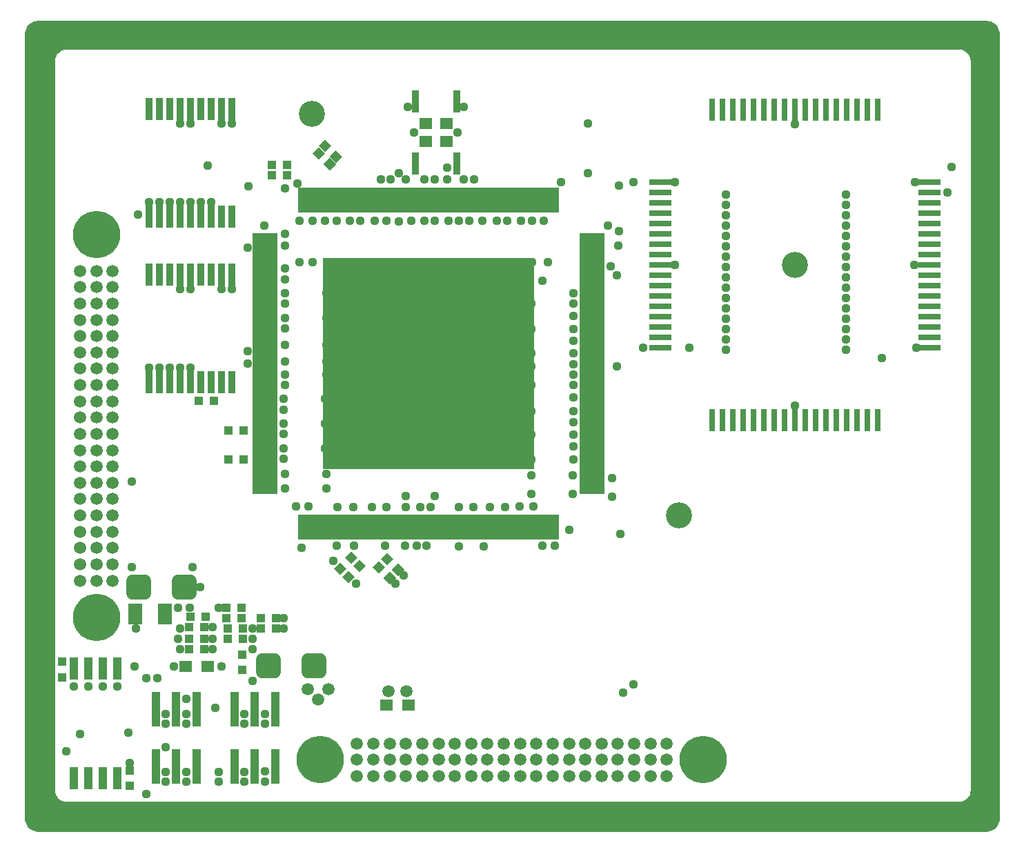
<source format=gbr>
G75*
G70*
%OFA0B0*%
%FSLAX24Y24*%
%IPPOS*%
%LPD*%
%AMOC8*
5,1,8,0,0,1.08239X$1,22.5*
%
%ADD10R,1.0200X1.0200*%
%ADD11C,0.0160*%
%ADD12R,0.1190X1.2590*%
%ADD13R,1.2590X0.1190*%
%ADD14C,0.0595*%
%ADD15C,0.2285*%
%ADD16R,0.0434X0.0434*%
%ADD17R,0.0631X0.0552*%
%ADD18R,0.1182X0.0178*%
%ADD19R,0.0178X0.1182*%
%ADD20R,0.0330X0.1080*%
%ADD21R,0.0434X0.0434*%
%ADD22R,0.0300X0.1080*%
%ADD23R,0.1080X0.0300*%
%ADD24R,0.0710X0.1025*%
%ADD25R,0.0395X0.1655*%
%ADD26R,0.0430X0.1080*%
%ADD27C,0.0591*%
%ADD28C,0.0440*%
%ADD29C,0.1346*%
%ADD30C,0.1261*%
D10*
X019735Y022855D03*
D11*
X000425Y000565D02*
X000489Y000489D01*
X000565Y000425D01*
X000649Y000374D01*
X000740Y000336D01*
X000836Y000313D01*
X000935Y000305D01*
X046625Y000305D01*
X046724Y000313D01*
X046820Y000336D01*
X046911Y000374D01*
X046995Y000425D01*
X047071Y000489D01*
X047135Y000565D01*
X047186Y000649D01*
X047224Y000740D01*
X047247Y000836D01*
X047255Y000935D01*
X047255Y038725D01*
X047247Y038824D01*
X047224Y038920D01*
X047186Y039011D01*
X047135Y039095D01*
X047071Y039171D01*
X046995Y039235D01*
X046911Y039286D01*
X046820Y039324D01*
X046724Y039347D01*
X046625Y039355D01*
X003055Y039355D01*
X003055Y038105D01*
X045375Y038105D01*
X045474Y038097D01*
X045570Y038074D01*
X045661Y038036D01*
X045745Y037985D01*
X045821Y037921D01*
X045885Y037845D01*
X045936Y037761D01*
X045974Y037670D01*
X045997Y037574D01*
X046005Y037475D01*
X046005Y002235D01*
X045997Y002136D01*
X045974Y002040D01*
X045936Y001949D01*
X045885Y001865D01*
X045821Y001789D01*
X045745Y001725D01*
X045661Y001674D01*
X045570Y001636D01*
X045474Y001613D01*
X045375Y001605D01*
X002235Y001605D01*
X002136Y001613D01*
X002040Y001636D01*
X001949Y001674D01*
X001865Y001725D01*
X001789Y001789D01*
X001725Y001865D01*
X001674Y001949D01*
X001636Y002040D01*
X001613Y002136D01*
X001605Y002235D01*
X001605Y037475D01*
X001613Y037574D01*
X001636Y037670D01*
X001674Y037761D01*
X001725Y037845D01*
X001789Y037921D01*
X001865Y037985D01*
X001949Y038036D01*
X002040Y038074D01*
X002136Y038097D01*
X002235Y038105D01*
X003005Y038105D01*
X003005Y039355D01*
X000935Y039355D01*
X000836Y039347D01*
X000740Y039324D01*
X000649Y039286D01*
X000565Y039235D01*
X000489Y039171D01*
X000425Y039095D01*
X000374Y039011D01*
X000336Y038920D01*
X000313Y038824D01*
X000305Y038725D01*
X000305Y000935D01*
X000313Y000836D01*
X000336Y000740D01*
X000374Y000649D01*
X000425Y000565D01*
X000385Y000631D02*
X047175Y000631D01*
X047236Y000789D02*
X000324Y000789D01*
X000305Y000948D02*
X047255Y000948D01*
X047255Y001106D02*
X000305Y001106D01*
X000305Y001265D02*
X047255Y001265D01*
X047255Y001423D02*
X000305Y001423D01*
X000305Y001582D02*
X047255Y001582D01*
X047255Y001740D02*
X045763Y001740D01*
X045905Y001899D02*
X047255Y001899D01*
X047255Y002057D02*
X045978Y002057D01*
X046003Y002216D02*
X047255Y002216D01*
X047255Y002374D02*
X046005Y002374D01*
X046005Y002533D02*
X047255Y002533D01*
X047255Y002691D02*
X046005Y002691D01*
X046005Y002850D02*
X047255Y002850D01*
X047255Y003008D02*
X046005Y003008D01*
X046005Y003167D02*
X047255Y003167D01*
X047255Y003325D02*
X046005Y003325D01*
X046005Y003484D02*
X047255Y003484D01*
X047255Y003642D02*
X046005Y003642D01*
X046005Y003801D02*
X047255Y003801D01*
X047255Y003959D02*
X046005Y003959D01*
X046005Y004118D02*
X047255Y004118D01*
X047255Y004276D02*
X046005Y004276D01*
X046005Y004435D02*
X047255Y004435D01*
X047255Y004593D02*
X046005Y004593D01*
X046005Y004752D02*
X047255Y004752D01*
X047255Y004910D02*
X046005Y004910D01*
X046005Y005069D02*
X047255Y005069D01*
X047255Y005227D02*
X046005Y005227D01*
X046005Y005386D02*
X047255Y005386D01*
X047255Y005544D02*
X046005Y005544D01*
X046005Y005703D02*
X047255Y005703D01*
X047255Y005861D02*
X046005Y005861D01*
X046005Y006020D02*
X047255Y006020D01*
X047255Y006178D02*
X046005Y006178D01*
X046005Y006337D02*
X047255Y006337D01*
X047255Y006495D02*
X046005Y006495D01*
X046005Y006654D02*
X047255Y006654D01*
X047255Y006812D02*
X046005Y006812D01*
X046005Y006971D02*
X047255Y006971D01*
X047255Y007129D02*
X046005Y007129D01*
X046005Y007288D02*
X047255Y007288D01*
X047255Y007446D02*
X046005Y007446D01*
X046005Y007605D02*
X047255Y007605D01*
X047255Y007763D02*
X046005Y007763D01*
X046005Y007922D02*
X047255Y007922D01*
X047255Y008080D02*
X046005Y008080D01*
X046005Y008239D02*
X047255Y008239D01*
X047255Y008397D02*
X046005Y008397D01*
X046005Y008556D02*
X047255Y008556D01*
X047255Y008714D02*
X046005Y008714D01*
X046005Y008873D02*
X047255Y008873D01*
X047255Y009031D02*
X046005Y009031D01*
X046005Y009190D02*
X047255Y009190D01*
X047255Y009348D02*
X046005Y009348D01*
X046005Y009507D02*
X047255Y009507D01*
X047255Y009665D02*
X046005Y009665D01*
X046005Y009824D02*
X047255Y009824D01*
X047255Y009982D02*
X046005Y009982D01*
X046005Y010141D02*
X047255Y010141D01*
X047255Y010299D02*
X046005Y010299D01*
X046005Y010458D02*
X047255Y010458D01*
X047255Y010616D02*
X046005Y010616D01*
X046005Y010775D02*
X047255Y010775D01*
X047255Y010933D02*
X046005Y010933D01*
X046005Y011092D02*
X047255Y011092D01*
X047255Y011250D02*
X046005Y011250D01*
X046005Y011409D02*
X047255Y011409D01*
X047255Y011567D02*
X046005Y011567D01*
X046005Y011726D02*
X047255Y011726D01*
X047255Y011884D02*
X046005Y011884D01*
X046005Y012043D02*
X047255Y012043D01*
X047255Y012201D02*
X046005Y012201D01*
X046005Y012360D02*
X047255Y012360D01*
X047255Y012518D02*
X046005Y012518D01*
X046005Y012677D02*
X047255Y012677D01*
X047255Y012835D02*
X046005Y012835D01*
X046005Y012994D02*
X047255Y012994D01*
X047255Y013152D02*
X046005Y013152D01*
X046005Y013311D02*
X047255Y013311D01*
X047255Y013469D02*
X046005Y013469D01*
X046005Y013628D02*
X047255Y013628D01*
X047255Y013786D02*
X046005Y013786D01*
X046005Y013945D02*
X047255Y013945D01*
X047255Y014103D02*
X046005Y014103D01*
X046005Y014262D02*
X047255Y014262D01*
X047255Y014420D02*
X046005Y014420D01*
X046005Y014579D02*
X047255Y014579D01*
X047255Y014737D02*
X046005Y014737D01*
X046005Y014896D02*
X047255Y014896D01*
X047255Y015054D02*
X046005Y015054D01*
X046005Y015213D02*
X047255Y015213D01*
X047255Y015371D02*
X046005Y015371D01*
X046005Y015530D02*
X047255Y015530D01*
X047255Y015688D02*
X046005Y015688D01*
X046005Y015847D02*
X047255Y015847D01*
X047255Y016005D02*
X046005Y016005D01*
X046005Y016164D02*
X047255Y016164D01*
X047255Y016322D02*
X046005Y016322D01*
X046005Y016481D02*
X047255Y016481D01*
X047255Y016639D02*
X046005Y016639D01*
X046005Y016798D02*
X047255Y016798D01*
X047255Y016956D02*
X046005Y016956D01*
X046005Y017115D02*
X047255Y017115D01*
X047255Y017273D02*
X046005Y017273D01*
X046005Y017432D02*
X047255Y017432D01*
X047255Y017590D02*
X046005Y017590D01*
X046005Y017749D02*
X047255Y017749D01*
X047255Y017907D02*
X046005Y017907D01*
X046005Y018066D02*
X047255Y018066D01*
X047255Y018224D02*
X046005Y018224D01*
X046005Y018383D02*
X047255Y018383D01*
X047255Y018541D02*
X046005Y018541D01*
X046005Y018700D02*
X047255Y018700D01*
X047255Y018858D02*
X046005Y018858D01*
X046005Y019017D02*
X047255Y019017D01*
X047255Y019175D02*
X046005Y019175D01*
X046005Y019334D02*
X047255Y019334D01*
X047255Y019492D02*
X046005Y019492D01*
X046005Y019651D02*
X047255Y019651D01*
X047255Y019809D02*
X046005Y019809D01*
X046005Y019968D02*
X047255Y019968D01*
X047255Y020126D02*
X046005Y020126D01*
X046005Y020285D02*
X047255Y020285D01*
X047255Y020443D02*
X046005Y020443D01*
X046005Y020602D02*
X047255Y020602D01*
X047255Y020760D02*
X046005Y020760D01*
X046005Y020919D02*
X047255Y020919D01*
X047255Y021077D02*
X046005Y021077D01*
X046005Y021236D02*
X047255Y021236D01*
X047255Y021394D02*
X046005Y021394D01*
X046005Y021553D02*
X047255Y021553D01*
X047255Y021711D02*
X046005Y021711D01*
X046005Y021870D02*
X047255Y021870D01*
X047255Y022028D02*
X046005Y022028D01*
X046005Y022187D02*
X047255Y022187D01*
X047255Y022345D02*
X046005Y022345D01*
X046005Y022504D02*
X047255Y022504D01*
X047255Y022662D02*
X046005Y022662D01*
X046005Y022821D02*
X047255Y022821D01*
X047255Y022979D02*
X046005Y022979D01*
X046005Y023138D02*
X047255Y023138D01*
X047255Y023296D02*
X046005Y023296D01*
X046005Y023455D02*
X047255Y023455D01*
X047255Y023613D02*
X046005Y023613D01*
X046005Y023772D02*
X047255Y023772D01*
X047255Y023930D02*
X046005Y023930D01*
X046005Y024089D02*
X047255Y024089D01*
X047255Y024247D02*
X046005Y024247D01*
X046005Y024406D02*
X047255Y024406D01*
X047255Y024564D02*
X046005Y024564D01*
X046005Y024723D02*
X047255Y024723D01*
X047255Y024881D02*
X046005Y024881D01*
X046005Y025040D02*
X047255Y025040D01*
X047255Y025198D02*
X046005Y025198D01*
X046005Y025357D02*
X047255Y025357D01*
X047255Y025515D02*
X046005Y025515D01*
X046005Y025674D02*
X047255Y025674D01*
X047255Y025832D02*
X046005Y025832D01*
X046005Y025991D02*
X047255Y025991D01*
X047255Y026149D02*
X046005Y026149D01*
X046005Y026308D02*
X047255Y026308D01*
X047255Y026466D02*
X046005Y026466D01*
X046005Y026625D02*
X047255Y026625D01*
X047255Y026783D02*
X046005Y026783D01*
X046005Y026942D02*
X047255Y026942D01*
X047255Y027100D02*
X046005Y027100D01*
X046005Y027259D02*
X047255Y027259D01*
X047255Y027417D02*
X046005Y027417D01*
X046005Y027576D02*
X047255Y027576D01*
X047255Y027734D02*
X046005Y027734D01*
X046005Y027893D02*
X047255Y027893D01*
X047255Y028051D02*
X046005Y028051D01*
X046005Y028210D02*
X047255Y028210D01*
X047255Y028368D02*
X046005Y028368D01*
X046005Y028527D02*
X047255Y028527D01*
X047255Y028685D02*
X046005Y028685D01*
X046005Y028844D02*
X047255Y028844D01*
X047255Y029002D02*
X046005Y029002D01*
X046005Y029161D02*
X047255Y029161D01*
X047255Y029319D02*
X046005Y029319D01*
X046005Y029478D02*
X047255Y029478D01*
X047255Y029636D02*
X046005Y029636D01*
X046005Y029795D02*
X047255Y029795D01*
X047255Y029953D02*
X046005Y029953D01*
X046005Y030112D02*
X047255Y030112D01*
X047255Y030270D02*
X046005Y030270D01*
X046005Y030429D02*
X047255Y030429D01*
X047255Y030587D02*
X046005Y030587D01*
X046005Y030746D02*
X047255Y030746D01*
X047255Y030904D02*
X046005Y030904D01*
X046005Y031063D02*
X047255Y031063D01*
X047255Y031221D02*
X046005Y031221D01*
X046005Y031380D02*
X047255Y031380D01*
X047255Y031538D02*
X046005Y031538D01*
X046005Y031697D02*
X047255Y031697D01*
X047255Y031855D02*
X046005Y031855D01*
X046005Y032014D02*
X047255Y032014D01*
X047255Y032172D02*
X046005Y032172D01*
X046005Y032331D02*
X047255Y032331D01*
X047255Y032489D02*
X046005Y032489D01*
X046005Y032648D02*
X047255Y032648D01*
X047255Y032806D02*
X046005Y032806D01*
X046005Y032965D02*
X047255Y032965D01*
X047255Y033123D02*
X046005Y033123D01*
X046005Y033282D02*
X047255Y033282D01*
X047255Y033440D02*
X046005Y033440D01*
X046005Y033599D02*
X047255Y033599D01*
X047255Y033757D02*
X046005Y033757D01*
X046005Y033916D02*
X047255Y033916D01*
X047255Y034074D02*
X046005Y034074D01*
X046005Y034233D02*
X047255Y034233D01*
X047255Y034391D02*
X046005Y034391D01*
X046005Y034550D02*
X047255Y034550D01*
X047255Y034708D02*
X046005Y034708D01*
X046005Y034867D02*
X047255Y034867D01*
X047255Y035025D02*
X046005Y035025D01*
X046005Y035184D02*
X047255Y035184D01*
X047255Y035342D02*
X046005Y035342D01*
X046005Y035501D02*
X047255Y035501D01*
X047255Y035659D02*
X046005Y035659D01*
X046005Y035818D02*
X047255Y035818D01*
X047255Y035976D02*
X046005Y035976D01*
X046005Y036135D02*
X047255Y036135D01*
X047255Y036293D02*
X046005Y036293D01*
X046005Y036452D02*
X047255Y036452D01*
X047255Y036610D02*
X046005Y036610D01*
X046005Y036769D02*
X047255Y036769D01*
X047255Y036927D02*
X046005Y036927D01*
X046005Y037086D02*
X047255Y037086D01*
X047255Y037244D02*
X046005Y037244D01*
X046005Y037403D02*
X047255Y037403D01*
X047255Y037561D02*
X045998Y037561D01*
X045954Y037720D02*
X047255Y037720D01*
X047255Y037878D02*
X045857Y037878D01*
X045661Y038037D02*
X047255Y038037D01*
X047255Y038195D02*
X003055Y038195D01*
X003005Y038195D02*
X000305Y038195D01*
X000305Y038037D02*
X001949Y038037D01*
X001753Y037878D02*
X000305Y037878D01*
X000305Y037720D02*
X001656Y037720D01*
X001612Y037561D02*
X000305Y037561D01*
X000305Y037403D02*
X001605Y037403D01*
X001605Y037244D02*
X000305Y037244D01*
X000305Y037086D02*
X001605Y037086D01*
X001605Y036927D02*
X000305Y036927D01*
X000305Y036769D02*
X001605Y036769D01*
X001605Y036610D02*
X000305Y036610D01*
X000305Y036452D02*
X001605Y036452D01*
X001605Y036293D02*
X000305Y036293D01*
X000305Y036135D02*
X001605Y036135D01*
X001605Y035976D02*
X000305Y035976D01*
X000305Y035818D02*
X001605Y035818D01*
X001605Y035659D02*
X000305Y035659D01*
X000305Y035501D02*
X001605Y035501D01*
X001605Y035342D02*
X000305Y035342D01*
X000305Y035184D02*
X001605Y035184D01*
X001605Y035025D02*
X000305Y035025D01*
X000305Y034867D02*
X001605Y034867D01*
X001605Y034708D02*
X000305Y034708D01*
X000305Y034550D02*
X001605Y034550D01*
X001605Y034391D02*
X000305Y034391D01*
X000305Y034233D02*
X001605Y034233D01*
X001605Y034074D02*
X000305Y034074D01*
X000305Y033916D02*
X001605Y033916D01*
X001605Y033757D02*
X000305Y033757D01*
X000305Y033599D02*
X001605Y033599D01*
X001605Y033440D02*
X000305Y033440D01*
X000305Y033282D02*
X001605Y033282D01*
X001605Y033123D02*
X000305Y033123D01*
X000305Y032965D02*
X001605Y032965D01*
X001605Y032806D02*
X000305Y032806D01*
X000305Y032648D02*
X001605Y032648D01*
X001605Y032489D02*
X000305Y032489D01*
X000305Y032331D02*
X001605Y032331D01*
X001605Y032172D02*
X000305Y032172D01*
X000305Y032014D02*
X001605Y032014D01*
X001605Y031855D02*
X000305Y031855D01*
X000305Y031697D02*
X001605Y031697D01*
X001605Y031538D02*
X000305Y031538D01*
X000305Y031380D02*
X001605Y031380D01*
X001605Y031221D02*
X000305Y031221D01*
X000305Y031063D02*
X001605Y031063D01*
X001605Y030904D02*
X000305Y030904D01*
X000305Y030746D02*
X001605Y030746D01*
X001605Y030587D02*
X000305Y030587D01*
X000305Y030429D02*
X001605Y030429D01*
X001605Y030270D02*
X000305Y030270D01*
X000305Y030112D02*
X001605Y030112D01*
X001605Y029953D02*
X000305Y029953D01*
X000305Y029795D02*
X001605Y029795D01*
X001605Y029636D02*
X000305Y029636D01*
X000305Y029478D02*
X001605Y029478D01*
X001605Y029319D02*
X000305Y029319D01*
X000305Y029161D02*
X001605Y029161D01*
X001605Y029002D02*
X000305Y029002D01*
X000305Y028844D02*
X001605Y028844D01*
X001605Y028685D02*
X000305Y028685D01*
X000305Y028527D02*
X001605Y028527D01*
X001605Y028368D02*
X000305Y028368D01*
X000305Y028210D02*
X001605Y028210D01*
X001605Y028051D02*
X000305Y028051D01*
X000305Y027893D02*
X001605Y027893D01*
X001605Y027734D02*
X000305Y027734D01*
X000305Y027576D02*
X001605Y027576D01*
X001605Y027417D02*
X000305Y027417D01*
X000305Y027259D02*
X001605Y027259D01*
X001605Y027100D02*
X000305Y027100D01*
X000305Y026942D02*
X001605Y026942D01*
X001605Y026783D02*
X000305Y026783D01*
X000305Y026625D02*
X001605Y026625D01*
X001605Y026466D02*
X000305Y026466D01*
X000305Y026308D02*
X001605Y026308D01*
X001605Y026149D02*
X000305Y026149D01*
X000305Y025991D02*
X001605Y025991D01*
X001605Y025832D02*
X000305Y025832D01*
X000305Y025674D02*
X001605Y025674D01*
X001605Y025515D02*
X000305Y025515D01*
X000305Y025357D02*
X001605Y025357D01*
X001605Y025198D02*
X000305Y025198D01*
X000305Y025040D02*
X001605Y025040D01*
X001605Y024881D02*
X000305Y024881D01*
X000305Y024723D02*
X001605Y024723D01*
X001605Y024564D02*
X000305Y024564D01*
X000305Y024406D02*
X001605Y024406D01*
X001605Y024247D02*
X000305Y024247D01*
X000305Y024089D02*
X001605Y024089D01*
X001605Y023930D02*
X000305Y023930D01*
X000305Y023772D02*
X001605Y023772D01*
X001605Y023613D02*
X000305Y023613D01*
X000305Y023455D02*
X001605Y023455D01*
X001605Y023296D02*
X000305Y023296D01*
X000305Y023138D02*
X001605Y023138D01*
X001605Y022979D02*
X000305Y022979D01*
X000305Y022821D02*
X001605Y022821D01*
X001605Y022662D02*
X000305Y022662D01*
X000305Y022504D02*
X001605Y022504D01*
X001605Y022345D02*
X000305Y022345D01*
X000305Y022187D02*
X001605Y022187D01*
X001605Y022028D02*
X000305Y022028D01*
X000305Y021870D02*
X001605Y021870D01*
X001605Y021711D02*
X000305Y021711D01*
X000305Y021553D02*
X001605Y021553D01*
X001605Y021394D02*
X000305Y021394D01*
X000305Y021236D02*
X001605Y021236D01*
X001605Y021077D02*
X000305Y021077D01*
X000305Y020919D02*
X001605Y020919D01*
X001605Y020760D02*
X000305Y020760D01*
X000305Y020602D02*
X001605Y020602D01*
X001605Y020443D02*
X000305Y020443D01*
X000305Y020285D02*
X001605Y020285D01*
X001605Y020126D02*
X000305Y020126D01*
X000305Y019968D02*
X001605Y019968D01*
X001605Y019809D02*
X000305Y019809D01*
X000305Y019651D02*
X001605Y019651D01*
X001605Y019492D02*
X000305Y019492D01*
X000305Y019334D02*
X001605Y019334D01*
X001605Y019175D02*
X000305Y019175D01*
X000305Y019017D02*
X001605Y019017D01*
X001605Y018858D02*
X000305Y018858D01*
X000305Y018700D02*
X001605Y018700D01*
X001605Y018541D02*
X000305Y018541D01*
X000305Y018383D02*
X001605Y018383D01*
X001605Y018224D02*
X000305Y018224D01*
X000305Y018066D02*
X001605Y018066D01*
X001605Y017907D02*
X000305Y017907D01*
X000305Y017749D02*
X001605Y017749D01*
X001605Y017590D02*
X000305Y017590D01*
X000305Y017432D02*
X001605Y017432D01*
X001605Y017273D02*
X000305Y017273D01*
X000305Y017115D02*
X001605Y017115D01*
X001605Y016956D02*
X000305Y016956D01*
X000305Y016798D02*
X001605Y016798D01*
X001605Y016639D02*
X000305Y016639D01*
X000305Y016481D02*
X001605Y016481D01*
X001605Y016322D02*
X000305Y016322D01*
X000305Y016164D02*
X001605Y016164D01*
X001605Y016005D02*
X000305Y016005D01*
X000305Y015847D02*
X001605Y015847D01*
X001605Y015688D02*
X000305Y015688D01*
X000305Y015530D02*
X001605Y015530D01*
X001605Y015371D02*
X000305Y015371D01*
X000305Y015213D02*
X001605Y015213D01*
X001605Y015054D02*
X000305Y015054D01*
X000305Y014896D02*
X001605Y014896D01*
X001605Y014737D02*
X000305Y014737D01*
X000305Y014579D02*
X001605Y014579D01*
X001605Y014420D02*
X000305Y014420D01*
X000305Y014262D02*
X001605Y014262D01*
X001605Y014103D02*
X000305Y014103D01*
X000305Y013945D02*
X001605Y013945D01*
X001605Y013786D02*
X000305Y013786D01*
X000305Y013628D02*
X001605Y013628D01*
X001605Y013469D02*
X000305Y013469D01*
X000305Y013311D02*
X001605Y013311D01*
X001605Y013152D02*
X000305Y013152D01*
X000305Y012994D02*
X001605Y012994D01*
X001605Y012835D02*
X000305Y012835D01*
X000305Y012677D02*
X001605Y012677D01*
X001605Y012518D02*
X000305Y012518D01*
X000305Y012360D02*
X001605Y012360D01*
X001605Y012201D02*
X000305Y012201D01*
X000305Y012043D02*
X001605Y012043D01*
X001605Y011884D02*
X000305Y011884D01*
X000305Y011726D02*
X001605Y011726D01*
X001605Y011567D02*
X000305Y011567D01*
X000305Y011409D02*
X001605Y011409D01*
X001605Y011250D02*
X000305Y011250D01*
X000305Y011092D02*
X001605Y011092D01*
X001605Y010933D02*
X000305Y010933D01*
X000305Y010775D02*
X001605Y010775D01*
X001605Y010616D02*
X000305Y010616D01*
X000305Y010458D02*
X001605Y010458D01*
X001605Y010299D02*
X000305Y010299D01*
X000305Y010141D02*
X001605Y010141D01*
X001605Y009982D02*
X000305Y009982D01*
X000305Y009824D02*
X001605Y009824D01*
X001605Y009665D02*
X000305Y009665D01*
X000305Y009507D02*
X001605Y009507D01*
X001605Y009348D02*
X000305Y009348D01*
X000305Y009190D02*
X001605Y009190D01*
X001605Y009031D02*
X000305Y009031D01*
X000305Y008873D02*
X001605Y008873D01*
X001605Y008714D02*
X000305Y008714D01*
X000305Y008556D02*
X001605Y008556D01*
X001605Y008397D02*
X000305Y008397D01*
X000305Y008239D02*
X001605Y008239D01*
X001605Y008080D02*
X000305Y008080D01*
X000305Y007922D02*
X001605Y007922D01*
X001605Y007763D02*
X000305Y007763D01*
X000305Y007605D02*
X001605Y007605D01*
X001605Y007446D02*
X000305Y007446D01*
X000305Y007288D02*
X001605Y007288D01*
X001605Y007129D02*
X000305Y007129D01*
X000305Y006971D02*
X001605Y006971D01*
X001605Y006812D02*
X000305Y006812D01*
X000305Y006654D02*
X001605Y006654D01*
X001605Y006495D02*
X000305Y006495D01*
X000305Y006337D02*
X001605Y006337D01*
X001605Y006178D02*
X000305Y006178D01*
X000305Y006020D02*
X001605Y006020D01*
X001605Y005861D02*
X000305Y005861D01*
X000305Y005703D02*
X001605Y005703D01*
X001605Y005544D02*
X000305Y005544D01*
X000305Y005386D02*
X001605Y005386D01*
X001605Y005227D02*
X000305Y005227D01*
X000305Y005069D02*
X001605Y005069D01*
X001605Y004910D02*
X000305Y004910D01*
X000305Y004752D02*
X001605Y004752D01*
X001605Y004593D02*
X000305Y004593D01*
X000305Y004435D02*
X001605Y004435D01*
X001605Y004276D02*
X000305Y004276D01*
X000305Y004118D02*
X001605Y004118D01*
X001605Y003959D02*
X000305Y003959D01*
X000305Y003801D02*
X001605Y003801D01*
X001605Y003642D02*
X000305Y003642D01*
X000305Y003484D02*
X001605Y003484D01*
X001605Y003325D02*
X000305Y003325D01*
X000305Y003167D02*
X001605Y003167D01*
X001605Y003008D02*
X000305Y003008D01*
X000305Y002850D02*
X001605Y002850D01*
X001605Y002691D02*
X000305Y002691D01*
X000305Y002533D02*
X001605Y002533D01*
X001605Y002374D02*
X000305Y002374D01*
X000305Y002216D02*
X001607Y002216D01*
X001632Y002057D02*
X000305Y002057D01*
X000305Y001899D02*
X001705Y001899D01*
X001847Y001740D02*
X000305Y001740D01*
X000510Y000472D02*
X047050Y000472D01*
X046727Y000314D02*
X000833Y000314D01*
X000305Y038354D02*
X003005Y038354D01*
X003055Y038354D02*
X047255Y038354D01*
X047255Y038512D02*
X003055Y038512D01*
X003005Y038512D02*
X000305Y038512D01*
X000305Y038671D02*
X003005Y038671D01*
X003055Y038671D02*
X047255Y038671D01*
X047246Y038829D02*
X003055Y038829D01*
X003005Y038829D02*
X000314Y038829D01*
X000364Y038988D02*
X003005Y038988D01*
X003055Y038988D02*
X047196Y038988D01*
X047091Y039146D02*
X003055Y039146D01*
X003005Y039146D02*
X000469Y039146D01*
X000693Y039305D02*
X003005Y039305D01*
X003055Y039305D02*
X046867Y039305D01*
D12*
X027660Y022850D03*
X011850Y022860D03*
D13*
X019750Y030760D03*
X019760Y014950D03*
D14*
X018689Y007005D03*
X017821Y007005D03*
X017872Y004486D03*
X018659Y004486D03*
X019446Y004486D03*
X019446Y003698D03*
X018659Y003698D03*
X018659Y002911D03*
X019446Y002911D03*
X020234Y002911D03*
X021021Y002911D03*
X021809Y002911D03*
X022596Y002911D03*
X022596Y003698D03*
X023383Y003698D03*
X024171Y003698D03*
X024171Y002911D03*
X023383Y002911D03*
X024958Y002911D03*
X024958Y003698D03*
X025746Y003698D03*
X026533Y003698D03*
X026533Y002911D03*
X025746Y002911D03*
X027320Y002911D03*
X027320Y003698D03*
X027320Y004486D03*
X026533Y004486D03*
X025746Y004486D03*
X024958Y004486D03*
X024171Y004486D03*
X023383Y004486D03*
X022596Y004486D03*
X021809Y004486D03*
X021021Y004486D03*
X020234Y004486D03*
X020234Y003698D03*
X021021Y003698D03*
X021809Y003698D03*
X017872Y003698D03*
X017872Y002911D03*
X017084Y002911D03*
X016297Y002911D03*
X016297Y003698D03*
X017084Y003698D03*
X017084Y004486D03*
X016297Y004486D03*
X014405Y006605D03*
X013905Y007105D03*
X014905Y007105D03*
X004486Y012360D03*
X004486Y013147D03*
X004486Y013935D03*
X004486Y014722D03*
X004486Y015509D03*
X003698Y015509D03*
X002911Y015509D03*
X002911Y014722D03*
X003698Y014722D03*
X003698Y013935D03*
X002911Y013935D03*
X002911Y013147D03*
X003698Y013147D03*
X003698Y012360D03*
X002911Y012360D03*
X002911Y016297D03*
X003698Y016297D03*
X003698Y017084D03*
X002911Y017084D03*
X002911Y017872D03*
X003698Y017872D03*
X003698Y018659D03*
X002911Y018659D03*
X002911Y019446D03*
X003698Y019446D03*
X004486Y019446D03*
X004486Y018659D03*
X004486Y017872D03*
X004486Y017084D03*
X004486Y016297D03*
X004486Y020234D03*
X004486Y021021D03*
X004486Y021809D03*
X004486Y022596D03*
X004486Y023383D03*
X004486Y024171D03*
X004486Y024958D03*
X004486Y025746D03*
X004486Y026533D03*
X004486Y027320D03*
X003698Y027320D03*
X002911Y027320D03*
X002911Y026533D03*
X003698Y026533D03*
X003698Y025746D03*
X002911Y025746D03*
X002911Y024958D03*
X003698Y024958D03*
X003698Y024171D03*
X002911Y024171D03*
X002911Y023383D03*
X003698Y023383D03*
X003698Y022596D03*
X002911Y022596D03*
X002911Y021809D03*
X003698Y021809D03*
X003698Y021021D03*
X002911Y021021D03*
X002911Y020234D03*
X003698Y020234D03*
X028108Y004486D03*
X028895Y004486D03*
X029683Y004486D03*
X030470Y004486D03*
X031257Y004486D03*
X031257Y003698D03*
X030470Y003698D03*
X030470Y002911D03*
X031257Y002911D03*
X029683Y002911D03*
X029683Y003698D03*
X028895Y003698D03*
X028108Y003698D03*
X028108Y002911D03*
X028895Y002911D03*
D15*
X033029Y003698D03*
X014525Y003698D03*
X003698Y010588D03*
X003698Y029092D03*
D16*
X012181Y031955D03*
X012181Y032455D03*
X012929Y032455D03*
X012929Y031955D03*
X009379Y021055D03*
X008631Y021055D03*
X010081Y019605D03*
X010829Y019605D03*
X010829Y018205D03*
X010081Y018205D03*
X009981Y011055D03*
X009981Y010555D03*
X010031Y010055D03*
X010031Y009555D03*
X010779Y009555D03*
X010779Y010055D03*
X010729Y010555D03*
X010729Y011055D03*
X011631Y010555D03*
X011631Y010055D03*
X012379Y010055D03*
X012379Y010555D03*
X010755Y008779D03*
X010755Y008031D03*
X008929Y009055D03*
X008181Y009055D03*
X008181Y009555D03*
X008181Y010105D03*
X008231Y010605D03*
X008979Y010605D03*
X008929Y010105D03*
X008929Y009555D03*
X002055Y008429D03*
X002055Y007681D03*
X005305Y003179D03*
X005305Y002431D03*
D17*
X008024Y008205D03*
X009086Y008205D03*
X017724Y006355D03*
X018786Y006355D03*
X019605Y033572D03*
X019605Y034438D03*
X020605Y034438D03*
X020605Y033572D03*
D18*
X027660Y029056D03*
X027660Y028859D03*
X027660Y028662D03*
X027660Y028465D03*
X027660Y028268D03*
X027660Y028072D03*
X027660Y027875D03*
X027660Y027678D03*
X027660Y027481D03*
X027660Y027284D03*
X027660Y027087D03*
X027660Y026890D03*
X027660Y026694D03*
X027660Y026497D03*
X027660Y026300D03*
X027660Y026103D03*
X027660Y025906D03*
X027660Y025709D03*
X027660Y025512D03*
X027660Y025316D03*
X027660Y025119D03*
X027660Y024922D03*
X027660Y024725D03*
X027660Y024528D03*
X027660Y024331D03*
X027660Y024135D03*
X027660Y023938D03*
X027660Y023741D03*
X027660Y023544D03*
X027660Y023347D03*
X027660Y023150D03*
X027660Y022953D03*
X027660Y022757D03*
X027660Y022560D03*
X027660Y022363D03*
X027660Y022166D03*
X027660Y021969D03*
X027660Y021772D03*
X027660Y021575D03*
X027660Y021379D03*
X027660Y021182D03*
X027660Y020985D03*
X027660Y020788D03*
X027660Y020591D03*
X027660Y020394D03*
X027660Y020198D03*
X027660Y020001D03*
X027660Y019804D03*
X027660Y019607D03*
X027660Y019410D03*
X027660Y019213D03*
X027660Y019016D03*
X027660Y018820D03*
X027660Y018623D03*
X027660Y018426D03*
X027660Y018229D03*
X027660Y018032D03*
X027660Y017835D03*
X027660Y017638D03*
X027660Y017442D03*
X027660Y017245D03*
X027660Y017048D03*
X027660Y016851D03*
X027660Y016654D03*
X011850Y016654D03*
X011850Y016851D03*
X011850Y017048D03*
X011850Y017245D03*
X011850Y017442D03*
X011850Y017638D03*
X011850Y017835D03*
X011850Y018032D03*
X011850Y018229D03*
X011850Y018426D03*
X011850Y018623D03*
X011850Y018820D03*
X011850Y019016D03*
X011850Y019213D03*
X011850Y019410D03*
X011850Y019607D03*
X011850Y019804D03*
X011850Y020001D03*
X011850Y020198D03*
X011850Y020394D03*
X011850Y020591D03*
X011850Y020788D03*
X011850Y020985D03*
X011850Y021182D03*
X011850Y021379D03*
X011850Y021575D03*
X011850Y021772D03*
X011850Y021969D03*
X011850Y022166D03*
X011850Y022363D03*
X011850Y022560D03*
X011850Y022757D03*
X011850Y022953D03*
X011850Y023150D03*
X011850Y023347D03*
X011850Y023544D03*
X011850Y023741D03*
X011850Y023938D03*
X011850Y024135D03*
X011850Y024331D03*
X011850Y024528D03*
X011850Y024725D03*
X011850Y024922D03*
X011850Y025119D03*
X011850Y025316D03*
X011850Y025512D03*
X011850Y025709D03*
X011850Y025906D03*
X011850Y026103D03*
X011850Y026300D03*
X011850Y026497D03*
X011850Y026694D03*
X011850Y026890D03*
X011850Y027087D03*
X011850Y027284D03*
X011850Y027481D03*
X011850Y027678D03*
X011850Y027875D03*
X011850Y028072D03*
X011850Y028268D03*
X011850Y028465D03*
X011850Y028662D03*
X011850Y028859D03*
X011850Y029056D03*
D19*
X013554Y030760D03*
X013751Y030760D03*
X013948Y030760D03*
X014145Y030760D03*
X014342Y030760D03*
X014538Y030760D03*
X014735Y030760D03*
X014932Y030760D03*
X015129Y030760D03*
X015326Y030760D03*
X015523Y030760D03*
X015720Y030760D03*
X015916Y030760D03*
X016113Y030760D03*
X016310Y030760D03*
X016507Y030760D03*
X016704Y030760D03*
X016901Y030760D03*
X017098Y030760D03*
X017294Y030760D03*
X017491Y030760D03*
X017688Y030760D03*
X017885Y030760D03*
X018082Y030760D03*
X018279Y030760D03*
X018475Y030760D03*
X018672Y030760D03*
X018869Y030760D03*
X019066Y030760D03*
X019263Y030760D03*
X019460Y030760D03*
X019657Y030760D03*
X019853Y030760D03*
X020050Y030760D03*
X020247Y030760D03*
X020444Y030760D03*
X020641Y030760D03*
X020838Y030760D03*
X021035Y030760D03*
X021231Y030760D03*
X021428Y030760D03*
X021625Y030760D03*
X021822Y030760D03*
X022019Y030760D03*
X022216Y030760D03*
X022412Y030760D03*
X022609Y030760D03*
X022806Y030760D03*
X023003Y030760D03*
X023200Y030760D03*
X023397Y030760D03*
X023594Y030760D03*
X023790Y030760D03*
X023987Y030760D03*
X024184Y030760D03*
X024381Y030760D03*
X024578Y030760D03*
X024775Y030760D03*
X024972Y030760D03*
X025168Y030760D03*
X025365Y030760D03*
X025562Y030760D03*
X025759Y030760D03*
X025956Y030760D03*
X025956Y014950D03*
X025759Y014950D03*
X025562Y014950D03*
X025365Y014950D03*
X025168Y014950D03*
X024972Y014950D03*
X024775Y014950D03*
X024578Y014950D03*
X024381Y014950D03*
X024184Y014950D03*
X023987Y014950D03*
X023790Y014950D03*
X023594Y014950D03*
X023397Y014950D03*
X023200Y014950D03*
X023003Y014950D03*
X022806Y014950D03*
X022609Y014950D03*
X022412Y014950D03*
X022216Y014950D03*
X022019Y014950D03*
X021822Y014950D03*
X021625Y014950D03*
X021428Y014950D03*
X021231Y014950D03*
X021035Y014950D03*
X020838Y014950D03*
X020641Y014950D03*
X020444Y014950D03*
X020247Y014950D03*
X020050Y014950D03*
X019853Y014950D03*
X019657Y014950D03*
X019460Y014950D03*
X019263Y014950D03*
X019066Y014950D03*
X018869Y014950D03*
X018672Y014950D03*
X018475Y014950D03*
X018279Y014950D03*
X018082Y014950D03*
X017885Y014950D03*
X017688Y014950D03*
X017491Y014950D03*
X017294Y014950D03*
X017098Y014950D03*
X016901Y014950D03*
X016704Y014950D03*
X016507Y014950D03*
X016310Y014950D03*
X016113Y014950D03*
X015916Y014950D03*
X015720Y014950D03*
X015523Y014950D03*
X015326Y014950D03*
X015129Y014950D03*
X014932Y014950D03*
X014735Y014950D03*
X014538Y014950D03*
X014342Y014950D03*
X014145Y014950D03*
X013948Y014950D03*
X013751Y014950D03*
X013554Y014950D03*
D20*
X010255Y021955D03*
X009755Y021955D03*
X009255Y021955D03*
X008755Y021955D03*
X008255Y021955D03*
X007755Y021955D03*
X007255Y021955D03*
X006755Y021955D03*
X006255Y021955D03*
X006255Y027155D03*
X006755Y027155D03*
X007255Y027155D03*
X007755Y027155D03*
X008255Y027155D03*
X008755Y027155D03*
X009255Y027155D03*
X009755Y027155D03*
X010255Y027155D03*
X010255Y029955D03*
X009755Y029955D03*
X009255Y029955D03*
X008755Y029955D03*
X008255Y029955D03*
X007755Y029955D03*
X007255Y029955D03*
X006755Y029955D03*
X006255Y029955D03*
X006255Y035155D03*
X006755Y035155D03*
X007255Y035155D03*
X007755Y035155D03*
X008255Y035155D03*
X008755Y035155D03*
X009255Y035155D03*
X009755Y035155D03*
X010255Y035155D03*
X019105Y035505D03*
X021105Y035505D03*
X021105Y032505D03*
X019105Y032505D03*
D21*
G36*
X015269Y032535D02*
X014963Y032841D01*
X015269Y033147D01*
X015575Y032841D01*
X015269Y032535D01*
G37*
G36*
X014969Y032185D02*
X014663Y032491D01*
X014969Y032797D01*
X015275Y032491D01*
X014969Y032185D01*
G37*
G36*
X014441Y032713D02*
X014135Y033019D01*
X014441Y033325D01*
X014747Y033019D01*
X014441Y032713D01*
G37*
G36*
X014741Y033063D02*
X014435Y033369D01*
X014741Y033675D01*
X015047Y033369D01*
X014741Y033063D01*
G37*
G36*
X015713Y013469D02*
X016019Y013775D01*
X016325Y013469D01*
X016019Y013163D01*
X015713Y013469D01*
G37*
G36*
X015185Y012941D02*
X015491Y013247D01*
X015797Y012941D01*
X015491Y012635D01*
X015185Y012941D01*
G37*
G36*
X015585Y012541D02*
X015891Y012847D01*
X016197Y012541D01*
X015891Y012235D01*
X015585Y012541D01*
G37*
G36*
X016113Y013069D02*
X016419Y013375D01*
X016725Y013069D01*
X016419Y012763D01*
X016113Y013069D01*
G37*
G36*
X017341Y012713D02*
X017035Y013019D01*
X017341Y013325D01*
X017647Y013019D01*
X017341Y012713D01*
G37*
G36*
X017869Y012185D02*
X017563Y012491D01*
X017869Y012797D01*
X018175Y012491D01*
X017869Y012185D01*
G37*
G36*
X018269Y012585D02*
X017963Y012891D01*
X018269Y013197D01*
X018575Y012891D01*
X018269Y012585D01*
G37*
G36*
X017741Y013113D02*
X017435Y013419D01*
X017741Y013725D01*
X018047Y013419D01*
X017741Y013113D01*
G37*
D22*
X033455Y020105D03*
X033955Y020105D03*
X034455Y020105D03*
X034955Y020105D03*
X035455Y020105D03*
X035955Y020105D03*
X036455Y020105D03*
X036955Y020105D03*
X037455Y020105D03*
X037955Y020105D03*
X038455Y020105D03*
X038955Y020105D03*
X039455Y020105D03*
X039955Y020105D03*
X040455Y020105D03*
X040955Y020105D03*
X041455Y020105D03*
X041455Y035105D03*
X040955Y035105D03*
X040455Y035105D03*
X039955Y035105D03*
X039455Y035105D03*
X038955Y035105D03*
X038455Y035105D03*
X037955Y035105D03*
X037455Y035105D03*
X036955Y035105D03*
X036455Y035105D03*
X035955Y035105D03*
X035455Y035105D03*
X034955Y035105D03*
X034455Y035105D03*
X033955Y035105D03*
X033455Y035105D03*
D23*
X030955Y031605D03*
X030955Y031105D03*
X030955Y030605D03*
X030955Y030105D03*
X030955Y029605D03*
X030955Y029105D03*
X030955Y028605D03*
X030955Y028105D03*
X030955Y027605D03*
X030955Y027105D03*
X030955Y026605D03*
X030955Y026105D03*
X030955Y025605D03*
X030955Y025105D03*
X030955Y024605D03*
X030955Y024105D03*
X030955Y023605D03*
X043955Y023605D03*
X043955Y024105D03*
X043955Y024605D03*
X043955Y025105D03*
X043955Y025605D03*
X043955Y026105D03*
X043955Y026605D03*
X043955Y027105D03*
X043955Y027605D03*
X043955Y028105D03*
X043955Y028605D03*
X043955Y029105D03*
X043955Y029605D03*
X043955Y030105D03*
X043955Y030605D03*
X043955Y031105D03*
X043955Y031605D03*
D24*
X007014Y010755D03*
X005596Y010755D03*
D25*
X006571Y006133D03*
X007555Y006133D03*
X008539Y006133D03*
X010371Y006133D03*
X011355Y006133D03*
X012339Y006133D03*
X012339Y003377D03*
X011355Y003377D03*
X010371Y003377D03*
X008539Y003377D03*
X007555Y003377D03*
X006571Y003377D03*
D26*
X004705Y002805D03*
X004005Y002805D03*
X003305Y002805D03*
X002605Y002805D03*
X002605Y008105D03*
X003305Y008105D03*
X004005Y008105D03*
X004705Y008105D03*
D27*
X005457Y011759D02*
X005457Y012351D01*
X006049Y012351D01*
X006049Y011759D01*
X005457Y011759D01*
X005457Y012349D02*
X006049Y012349D01*
X007661Y012351D02*
X007661Y011759D01*
X007661Y012351D02*
X008253Y012351D01*
X008253Y011759D01*
X007661Y011759D01*
X007661Y012349D02*
X008253Y012349D01*
X011707Y008551D02*
X011707Y007959D01*
X011707Y008551D02*
X012299Y008551D01*
X012299Y007959D01*
X011707Y007959D01*
X011707Y008549D02*
X012299Y008549D01*
X013911Y008551D02*
X013911Y007959D01*
X013911Y008551D02*
X014503Y008551D01*
X014503Y007959D01*
X013911Y007959D01*
X013911Y008549D02*
X014503Y008549D01*
D28*
X012755Y010055D03*
X012755Y010555D03*
X011255Y010055D03*
X011255Y009555D03*
X011255Y009055D03*
X009755Y008205D03*
X009305Y009055D03*
X009305Y009555D03*
X009305Y010105D03*
X009605Y011055D03*
X008705Y012055D03*
X008355Y013005D03*
X008205Y011055D03*
X007655Y011055D03*
X007755Y010055D03*
X007655Y009555D03*
X007755Y009055D03*
X007455Y008205D03*
X006655Y007655D03*
X006105Y007655D03*
X005555Y008205D03*
X004705Y007255D03*
X004005Y007255D03*
X003305Y007255D03*
X002605Y007255D03*
X000505Y007618D03*
X000505Y008405D03*
X000505Y009193D03*
X000505Y006831D03*
X000505Y006043D03*
X000505Y005256D03*
X000505Y004468D03*
X000505Y003681D03*
X000505Y002894D03*
X000505Y002106D03*
X001956Y000505D03*
X002756Y000505D03*
X003556Y000505D03*
X004344Y000505D03*
X005131Y000505D03*
X005918Y000505D03*
X006706Y000505D03*
X007493Y000505D03*
X008281Y000505D03*
X009068Y000505D03*
X009855Y000505D03*
X010643Y000505D03*
X011430Y000505D03*
X013356Y000505D03*
X014156Y000505D03*
X014956Y000505D03*
X015744Y000505D03*
X016531Y000505D03*
X017318Y000505D03*
X018106Y000505D03*
X018893Y000505D03*
X019681Y000505D03*
X020468Y000505D03*
X021255Y000505D03*
X022043Y000505D03*
X022830Y000505D03*
X024756Y000505D03*
X025556Y000505D03*
X026356Y000505D03*
X027144Y000505D03*
X027931Y000505D03*
X028718Y000505D03*
X029506Y000505D03*
X030293Y000505D03*
X031081Y000505D03*
X031868Y000505D03*
X032655Y000505D03*
X033443Y000505D03*
X034230Y000505D03*
X036156Y000505D03*
X036956Y000505D03*
X037756Y000505D03*
X038544Y000505D03*
X039331Y000505D03*
X040118Y000505D03*
X040906Y000505D03*
X041693Y000505D03*
X042481Y000505D03*
X043268Y000505D03*
X044055Y000505D03*
X044843Y000505D03*
X045630Y000505D03*
X047005Y002117D03*
X047005Y002905D03*
X047005Y003692D03*
X047005Y004479D03*
X047005Y005267D03*
X047005Y006054D03*
X047005Y006842D03*
X047005Y007629D03*
X047005Y008416D03*
X047005Y009204D03*
X047005Y011517D03*
X047005Y012305D03*
X047005Y013092D03*
X047005Y013879D03*
X047005Y014667D03*
X047005Y015454D03*
X047005Y016242D03*
X047005Y017029D03*
X047005Y017816D03*
X047005Y018604D03*
X047005Y021017D03*
X047005Y021805D03*
X047005Y022592D03*
X047005Y023379D03*
X047005Y024167D03*
X047005Y024954D03*
X047005Y025742D03*
X047005Y026529D03*
X047005Y027316D03*
X047005Y028104D03*
X047005Y030517D03*
X047005Y031305D03*
X047005Y032092D03*
X047005Y032879D03*
X047005Y033667D03*
X047005Y034454D03*
X047005Y035242D03*
X047005Y036029D03*
X047005Y036816D03*
X047005Y037604D03*
X045604Y039105D03*
X044804Y039105D03*
X044004Y039105D03*
X043216Y039105D03*
X042429Y039105D03*
X041642Y039105D03*
X040854Y039105D03*
X040067Y039105D03*
X039279Y039105D03*
X038492Y039105D03*
X037705Y039105D03*
X036917Y039105D03*
X036130Y039105D03*
X034204Y039105D03*
X033404Y039105D03*
X032604Y039105D03*
X031816Y039105D03*
X031029Y039105D03*
X030242Y039105D03*
X029454Y039105D03*
X028667Y039105D03*
X027879Y039105D03*
X027092Y039105D03*
X026305Y039105D03*
X025517Y039105D03*
X024730Y039105D03*
X022804Y039105D03*
X022004Y039105D03*
X021204Y039105D03*
X020416Y039105D03*
X019629Y039105D03*
X018842Y039105D03*
X018054Y039105D03*
X017267Y039105D03*
X016479Y039105D03*
X015692Y039105D03*
X014905Y039105D03*
X014117Y039105D03*
X013330Y039105D03*
X011404Y039105D03*
X010604Y039105D03*
X009804Y039105D03*
X009016Y039105D03*
X008229Y039105D03*
X007442Y039105D03*
X006654Y039105D03*
X005867Y039105D03*
X005079Y039105D03*
X004292Y039105D03*
X003505Y039105D03*
X002717Y039105D03*
X001930Y039105D03*
X000505Y037593D03*
X000505Y036805D03*
X000505Y036018D03*
X000505Y035231D03*
X000505Y034443D03*
X000505Y033656D03*
X000505Y032868D03*
X000505Y032081D03*
X000505Y031294D03*
X000505Y030506D03*
X000505Y028143D03*
X000505Y027355D03*
X000505Y026568D03*
X000505Y025781D03*
X000505Y024993D03*
X000505Y024206D03*
X000505Y023418D03*
X000505Y022631D03*
X000505Y021844D03*
X000505Y021056D03*
X000505Y018643D03*
X000505Y017855D03*
X000505Y017068D03*
X000505Y016281D03*
X000505Y015493D03*
X000505Y014706D03*
X000505Y013918D03*
X000505Y013131D03*
X000505Y012344D03*
X000505Y011556D03*
X005405Y013005D03*
X005605Y010055D03*
X008055Y006655D03*
X008055Y005905D03*
X008055Y005455D03*
X007055Y005455D03*
X007055Y005905D03*
X005255Y005005D03*
X007055Y004305D03*
X007055Y003105D03*
X007055Y002655D03*
X008055Y002655D03*
X008055Y003105D03*
X009605Y003105D03*
X009605Y002655D03*
X010855Y002655D03*
X010855Y003105D03*
X011855Y003155D03*
X011855Y002655D03*
X011855Y005455D03*
X011855Y005905D03*
X010855Y005905D03*
X010855Y005455D03*
X009455Y006205D03*
X011255Y007505D03*
X016255Y012205D03*
X015155Y013305D03*
X015305Y014055D03*
X016155Y014055D03*
X017655Y014055D03*
X018629Y014055D03*
X019179Y014055D03*
X019655Y014055D03*
X021205Y014005D03*
X022405Y014005D03*
X022705Y015905D03*
X021905Y015905D03*
X021205Y015905D03*
X020055Y016455D03*
X019855Y015905D03*
X019355Y015905D03*
X018655Y015905D03*
X018655Y016455D03*
X017705Y015905D03*
X017005Y015905D03*
X016105Y015905D03*
X015355Y015905D03*
X014805Y016805D03*
X014805Y017505D03*
X015355Y017955D03*
X016105Y017955D03*
X017005Y017955D03*
X017705Y017955D03*
X018655Y017955D03*
X019355Y017955D03*
X020055Y017955D03*
X019755Y018955D03*
X018755Y018955D03*
X017855Y018955D03*
X017755Y019905D03*
X018755Y019905D03*
X019755Y019905D03*
X020755Y019905D03*
X021455Y020605D03*
X021755Y019905D03*
X022755Y019905D03*
X023555Y019905D03*
X023555Y020905D03*
X022455Y020805D03*
X021255Y021405D03*
X021255Y022405D03*
X020255Y021405D03*
X019255Y021405D03*
X018255Y021405D03*
X017455Y021255D03*
X016455Y021655D03*
X016455Y022905D03*
X016455Y023905D03*
X015455Y024005D03*
X014805Y023755D03*
X014805Y022955D03*
X014805Y022305D03*
X014855Y021655D03*
X014755Y021155D03*
X015505Y020305D03*
X014755Y019955D03*
X014755Y018755D03*
X015455Y018955D03*
X016455Y020205D03*
X018255Y022405D03*
X018255Y023405D03*
X018255Y024405D03*
X017405Y024905D03*
X016455Y025605D03*
X015455Y025905D03*
X014805Y026255D03*
X014955Y027155D03*
X015305Y027755D03*
X016455Y027755D03*
X015705Y026855D03*
X014155Y027755D03*
X013505Y027755D03*
X012805Y027455D03*
X012805Y026905D03*
X012805Y026255D03*
X012805Y025755D03*
X012805Y025055D03*
X012805Y024555D03*
X012805Y023755D03*
X012805Y022955D03*
X012805Y022305D03*
X012805Y021805D03*
X012755Y021155D03*
X012755Y020605D03*
X012755Y019955D03*
X012755Y019455D03*
X012755Y018755D03*
X012755Y018255D03*
X012805Y017505D03*
X012805Y016805D03*
X013355Y015955D03*
X013955Y015955D03*
X013605Y013955D03*
X018155Y012205D03*
X018555Y012605D03*
X023455Y015905D03*
X024155Y015955D03*
X024705Y016555D03*
X024805Y015955D03*
X026555Y014805D03*
X025855Y014055D03*
X025255Y014055D03*
X026705Y016555D03*
X026705Y017455D03*
X026755Y018205D03*
X026755Y018855D03*
X026755Y019405D03*
X026755Y020005D03*
X026755Y020555D03*
X026755Y021205D03*
X026755Y021805D03*
X026755Y022305D03*
X026755Y022805D03*
X026755Y023355D03*
X026755Y023955D03*
X026755Y024505D03*
X026755Y025155D03*
X026755Y025755D03*
X026755Y026255D03*
X025255Y026855D03*
X025505Y027755D03*
X024755Y027755D03*
X024005Y026905D03*
X023555Y025905D03*
X022755Y025905D03*
X021755Y025905D03*
X020755Y025905D03*
X020755Y026655D03*
X021505Y026905D03*
X021705Y027755D03*
X020705Y027755D03*
X019555Y027755D03*
X019755Y026655D03*
X019755Y025905D03*
X018755Y025905D03*
X018755Y026655D03*
X018205Y026855D03*
X017755Y025905D03*
X019255Y024405D03*
X020255Y024405D03*
X021255Y024405D03*
X021255Y023405D03*
X022755Y022905D03*
X023555Y022905D03*
X023555Y021905D03*
X024705Y021805D03*
X024705Y022705D03*
X024705Y023355D03*
X023555Y023905D03*
X023555Y024905D03*
X022455Y024955D03*
X024705Y024505D03*
X024705Y025755D03*
X023555Y027755D03*
X023555Y029755D03*
X023055Y029755D03*
X022355Y029755D03*
X021705Y029755D03*
X021205Y029755D03*
X020705Y029755D03*
X020055Y029755D03*
X019555Y029755D03*
X018905Y029755D03*
X018305Y029705D03*
X017705Y029755D03*
X017155Y029755D03*
X016455Y029755D03*
X015955Y029755D03*
X015305Y029755D03*
X014755Y029755D03*
X014155Y029755D03*
X013505Y029755D03*
X012805Y029105D03*
X012805Y028555D03*
X011805Y029505D03*
X011005Y028455D03*
X010255Y026455D03*
X009755Y026455D03*
X008255Y026455D03*
X007755Y026455D03*
X011005Y023455D03*
X011005Y022855D03*
X008255Y022655D03*
X007755Y022655D03*
X007255Y022655D03*
X006755Y022655D03*
X006255Y022655D03*
X005405Y017155D03*
X014805Y025055D03*
X015455Y024905D03*
X017705Y027755D03*
X018305Y027755D03*
X018655Y031755D03*
X018305Y032055D03*
X017905Y031755D03*
X017455Y031755D03*
X019555Y031755D03*
X020055Y031755D03*
X020655Y031755D03*
X020636Y032305D03*
X021455Y031755D03*
X021955Y031755D03*
X021155Y034005D03*
X021455Y035255D03*
X019055Y034005D03*
X018755Y035255D03*
X013405Y031555D03*
X012805Y031305D03*
X011055Y031405D03*
X009255Y030655D03*
X008755Y030655D03*
X008255Y030655D03*
X007755Y030655D03*
X007255Y030655D03*
X006755Y030655D03*
X006255Y030655D03*
X005705Y030055D03*
X009065Y032425D03*
X009755Y034455D03*
X010255Y034455D03*
X008255Y034455D03*
X007755Y034455D03*
X024205Y029755D03*
X024755Y029755D03*
X025305Y029755D03*
X026155Y031605D03*
X027455Y032055D03*
X028955Y031455D03*
X029655Y031605D03*
X031655Y031605D03*
X034105Y031005D03*
X034105Y030505D03*
X034105Y030005D03*
X034105Y029505D03*
X034105Y029005D03*
X034105Y028505D03*
X034105Y028005D03*
X034105Y027505D03*
X034105Y027005D03*
X034105Y026505D03*
X034105Y026005D03*
X034105Y025505D03*
X034105Y025005D03*
X034105Y024505D03*
X034105Y024005D03*
X034105Y023505D03*
X032355Y023605D03*
X030105Y023605D03*
X028855Y022705D03*
X024705Y020555D03*
X024705Y019405D03*
X023855Y018955D03*
X023455Y017955D03*
X022705Y017955D03*
X021905Y017955D03*
X021155Y017955D03*
X021455Y018955D03*
X020755Y019005D03*
X024705Y018205D03*
X024705Y017455D03*
X028605Y017305D03*
X028605Y016405D03*
X029005Y014605D03*
X037455Y020805D03*
X039905Y023505D03*
X039905Y024005D03*
X039905Y024505D03*
X039905Y025005D03*
X039905Y025505D03*
X039905Y026005D03*
X039905Y026505D03*
X039905Y027005D03*
X039905Y027505D03*
X039905Y028005D03*
X039905Y028505D03*
X039905Y029005D03*
X039905Y029505D03*
X039905Y030005D03*
X039905Y030505D03*
X039905Y031005D03*
X043255Y031605D03*
X044805Y031105D03*
X045005Y032355D03*
X043205Y027605D03*
X043305Y023605D03*
X041655Y023105D03*
X031655Y027605D03*
X028855Y027105D03*
X028555Y027555D03*
X028905Y028555D03*
X028955Y029255D03*
X028405Y029505D03*
X027455Y034455D03*
X037455Y034405D03*
X029655Y007355D03*
X029155Y006955D03*
X006105Y002055D03*
X005305Y003555D03*
X002905Y004955D03*
X002255Y004105D03*
D29*
X000942Y000942D03*
X000942Y010391D03*
X000942Y019840D03*
X000942Y029289D03*
X000942Y038738D03*
X012360Y038738D03*
X023777Y038738D03*
X035194Y038738D03*
X046612Y038738D03*
X046612Y029289D03*
X046612Y019840D03*
X046612Y010391D03*
X046612Y000942D03*
X035194Y000942D03*
X023777Y000942D03*
X012360Y000942D03*
D30*
X031855Y015498D03*
X019755Y022855D03*
X014105Y034898D03*
X037455Y027605D03*
M02*

</source>
